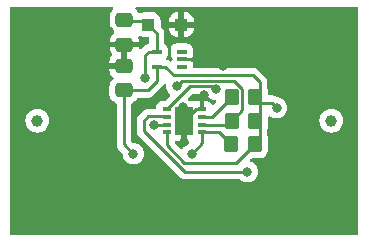
<source format=gbr>
%TF.GenerationSoftware,KiCad,Pcbnew,7.0.7-7.0.7~ubuntu23.04.1*%
%TF.CreationDate,2023-09-23T00:40:23+00:00*%
%TF.ProjectId,TEMPSEN01,54454d50-5345-44e3-9031-2e6b69636164,rev?*%
%TF.SameCoordinates,Original*%
%TF.FileFunction,Copper,L1,Top*%
%TF.FilePolarity,Positive*%
%FSLAX46Y46*%
G04 Gerber Fmt 4.6, Leading zero omitted, Abs format (unit mm)*
G04 Created by KiCad (PCBNEW 7.0.7-7.0.7~ubuntu23.04.1) date 2023-09-23 00:40:23*
%MOMM*%
%LPD*%
G01*
G04 APERTURE LIST*
G04 Aperture macros list*
%AMRoundRect*
0 Rectangle with rounded corners*
0 $1 Rounding radius*
0 $2 $3 $4 $5 $6 $7 $8 $9 X,Y pos of 4 corners*
0 Add a 4 corners polygon primitive as box body*
4,1,4,$2,$3,$4,$5,$6,$7,$8,$9,$2,$3,0*
0 Add four circle primitives for the rounded corners*
1,1,$1+$1,$2,$3*
1,1,$1+$1,$4,$5*
1,1,$1+$1,$6,$7*
1,1,$1+$1,$8,$9*
0 Add four rect primitives between the rounded corners*
20,1,$1+$1,$2,$3,$4,$5,0*
20,1,$1+$1,$4,$5,$6,$7,0*
20,1,$1+$1,$6,$7,$8,$9,0*
20,1,$1+$1,$8,$9,$2,$3,0*%
G04 Aperture macros list end*
%TA.AperFunction,SMDPad,CuDef*%
%ADD10C,1.000000*%
%TD*%
%TA.AperFunction,ComponentPad*%
%ADD11C,6.000000*%
%TD*%
%TA.AperFunction,SMDPad,CuDef*%
%ADD12RoundRect,0.250000X0.475000X-0.337500X0.475000X0.337500X-0.475000X0.337500X-0.475000X-0.337500X0*%
%TD*%
%TA.AperFunction,SMDPad,CuDef*%
%ADD13R,0.750000X0.350000*%
%TD*%
%TA.AperFunction,SMDPad,CuDef*%
%ADD14R,1.600000X2.400000*%
%TD*%
%TA.AperFunction,SMDPad,CuDef*%
%ADD15RoundRect,0.250000X0.350000X0.450000X-0.350000X0.450000X-0.350000X-0.450000X0.350000X-0.450000X0*%
%TD*%
%TA.AperFunction,SMDPad,CuDef*%
%ADD16RoundRect,0.250000X-0.300000X-0.300000X0.300000X-0.300000X0.300000X0.300000X-0.300000X0.300000X0*%
%TD*%
%TA.AperFunction,SMDPad,CuDef*%
%ADD17R,0.850000X0.400000*%
%TD*%
%TA.AperFunction,SMDPad,CuDef*%
%ADD18RoundRect,0.250000X-0.475000X0.337500X-0.475000X-0.337500X0.475000X-0.337500X0.475000X0.337500X0*%
%TD*%
%TA.AperFunction,ViaPad*%
%ADD19C,0.800000*%
%TD*%
%TA.AperFunction,Conductor*%
%ADD20C,0.250000*%
%TD*%
G04 APERTURE END LIST*
D10*
%TO.P,FID2,*%
%TO.N,*%
X124206000Y-71120000D03*
%TD*%
D11*
%TO.P,M2,1*%
%TO.N,GND*%
X121920000Y-66040000D03*
%TD*%
D12*
%TO.P,C5,1*%
%TO.N,+3.3V*%
X106654600Y-68546800D03*
%TO.P,C5,2*%
%TO.N,GND*%
X106654600Y-66471800D03*
%TD*%
D13*
%TO.P,IC1,1,SDA*%
%TO.N,/SDA*%
X113260000Y-72095000D03*
%TO.P,IC1,2,SCL*%
%TO.N,/SCL*%
X113260000Y-71445000D03*
%TO.P,IC1,3,OS*%
%TO.N,/OS*%
X113260000Y-70795000D03*
%TO.P,IC1,4,GND*%
%TO.N,GND*%
X113260000Y-70145000D03*
%TO.P,IC1,5,A2*%
%TO.N,/A2*%
X110260000Y-70145000D03*
%TO.P,IC1,6,A1*%
%TO.N,/A1*%
X110260000Y-70795000D03*
%TO.P,IC1,7,A0*%
%TO.N,/A0*%
X110260000Y-71445000D03*
%TO.P,IC1,8,VDD*%
%TO.N,+3.3V*%
X110260000Y-72095000D03*
D14*
%TO.P,IC1,9,EP*%
%TO.N,GND*%
X111760000Y-71120000D03*
%TD*%
D10*
%TO.P,FID1,*%
%TO.N,*%
X99314000Y-71120000D03*
%TD*%
D15*
%TO.P,R1,1*%
%TO.N,+3.3V*%
X117763800Y-69138800D03*
%TO.P,R1,2*%
%TO.N,/OS*%
X115763800Y-69138800D03*
%TD*%
D16*
%TO.P,D1,1,K*%
%TO.N,VDD*%
X108706000Y-62992000D03*
%TO.P,D1,2,A*%
%TO.N,GND*%
X111506000Y-62992000D03*
%TD*%
D11*
%TO.P,M3,1*%
%TO.N,GND*%
X101600000Y-76200000D03*
%TD*%
D15*
%TO.P,R2,1*%
%TO.N,+3.3V*%
X117763800Y-71120000D03*
%TO.P,R2,2*%
%TO.N,/SCL*%
X115763800Y-71120000D03*
%TD*%
D17*
%TO.P,IC2,1,NC_1*%
%TO.N,unconnected-(IC2-NC_1-Pad1)*%
X111540000Y-66578000D03*
%TO.P,IC2,2,GND*%
%TO.N,GND*%
X111540000Y-65928000D03*
%TO.P,IC2,3,NC_2*%
%TO.N,unconnected-(IC2-NC_2-Pad3)*%
X111540000Y-65278000D03*
%TO.P,IC2,4,IN*%
%TO.N,VDD*%
X109440000Y-65278000D03*
%TO.P,IC2,5,OUT*%
%TO.N,+3.3V*%
X109440000Y-66578000D03*
%TD*%
D11*
%TO.P,M4,1*%
%TO.N,GND*%
X121920000Y-76200000D03*
%TD*%
%TO.P,M1,1*%
%TO.N,GND*%
X101600000Y-66040000D03*
%TD*%
D15*
%TO.P,R3,1*%
%TO.N,+3.3V*%
X117747800Y-73101200D03*
%TO.P,R3,2*%
%TO.N,/SDA*%
X115747800Y-73101200D03*
%TD*%
D18*
%TO.P,C4,1*%
%TO.N,VDD*%
X106680000Y-62593400D03*
%TO.P,C4,2*%
%TO.N,GND*%
X106680000Y-64668400D03*
%TD*%
D19*
%TO.N,+3.3V*%
X119583200Y-70027800D03*
X107442000Y-73914000D03*
%TO.N,GND*%
X111658400Y-69926200D03*
X105562400Y-73939400D03*
X105359200Y-63500000D03*
X111734600Y-72898000D03*
X115036600Y-66522600D03*
X106476800Y-79044800D03*
X113030000Y-64770000D03*
X111836200Y-71196200D03*
X113411000Y-68935600D03*
X117094000Y-63500000D03*
X110007400Y-77571600D03*
X113995200Y-79070200D03*
X114046000Y-63500000D03*
X109397800Y-79324200D03*
X103124000Y-71831200D03*
X113030000Y-62992000D03*
X114046000Y-64770000D03*
X117068600Y-79044800D03*
%TO.N,VDD*%
X108458000Y-67462400D03*
%TO.N,/SDA*%
X112385000Y-73914000D03*
%TO.N,/SCL*%
X111135000Y-68148200D03*
%TO.N,/A2*%
X114452400Y-68466300D03*
%TO.N,/A1*%
X117094000Y-75438000D03*
%TO.N,/A0*%
X109169200Y-71475600D03*
%TD*%
D20*
%TO.N,+3.3V*%
X109440000Y-66578000D02*
X109440000Y-67775800D01*
X116173000Y-74676000D02*
X117747800Y-73101200D01*
X117562800Y-67270800D02*
X118157000Y-67865000D01*
X111734600Y-74676000D02*
X116173000Y-74676000D01*
X118157000Y-71120000D02*
X118157000Y-72644000D01*
X118157000Y-69596000D02*
X119151400Y-69596000D01*
X110857200Y-67270800D02*
X117562800Y-67270800D01*
X109440000Y-66578000D02*
X110164400Y-66578000D01*
X118157000Y-69596000D02*
X118157000Y-71120000D01*
X110164400Y-66578000D02*
X110857200Y-67270800D01*
X119151400Y-69596000D02*
X119583200Y-70027800D01*
X118157000Y-67865000D02*
X118157000Y-69596000D01*
X109440000Y-67775800D02*
X108669000Y-68546800D01*
X111734600Y-74676000D02*
X110260000Y-73201400D01*
X106654600Y-73126600D02*
X107442000Y-73914000D01*
X110260000Y-73201400D02*
X110260000Y-72095000D01*
X106654600Y-68546800D02*
X106654600Y-73126600D01*
X108669000Y-68546800D02*
X106654600Y-68546800D01*
%TO.N,GND*%
X113260000Y-70145000D02*
X112735000Y-70145000D01*
X114442000Y-65928000D02*
X115036600Y-66522600D01*
X111836200Y-71196200D02*
X111683800Y-71196200D01*
X111540000Y-65928000D02*
X114442000Y-65928000D01*
X111683800Y-71196200D02*
X111760000Y-71120000D01*
X112735000Y-70145000D02*
X111836200Y-71043800D01*
X111836200Y-71043800D02*
X111836200Y-71196200D01*
%TO.N,VDD*%
X108762800Y-65278000D02*
X109440000Y-65278000D01*
X106680000Y-62637500D02*
X108351500Y-62637500D01*
X109440000Y-65278000D02*
X109440000Y-63726000D01*
X108458000Y-67462400D02*
X108458000Y-65582800D01*
X109440000Y-63726000D02*
X108706000Y-62992000D01*
X108458000Y-65582800D02*
X108762800Y-65278000D01*
X108351500Y-62637500D02*
X108706000Y-62992000D01*
%TO.N,/SDA*%
X113260000Y-73039000D02*
X113260000Y-72095000D01*
X114741600Y-72095000D02*
X115747800Y-73101200D01*
X112385000Y-73914000D02*
X113260000Y-73039000D01*
X113260000Y-72095000D02*
X114741600Y-72095000D01*
%TO.N,/SCL*%
X116688800Y-70195000D02*
X115763800Y-71120000D01*
X115438800Y-71445000D02*
X113260000Y-71445000D01*
X115763800Y-71120000D02*
X115438800Y-71445000D01*
X111541400Y-67741800D02*
X115979973Y-67741800D01*
X116688800Y-68450627D02*
X116688800Y-70195000D01*
X111541400Y-67741800D02*
X111135000Y-68148200D01*
X115979973Y-67741800D02*
X116688800Y-68450627D01*
%TO.N,/OS*%
X114107600Y-70795000D02*
X115763800Y-69138800D01*
X113260000Y-70795000D02*
X114107600Y-70795000D01*
%TO.N,/A2*%
X114185100Y-68199000D02*
X112206000Y-68199000D01*
X114452400Y-68466300D02*
X114185100Y-68199000D01*
X112206000Y-68199000D02*
X110260000Y-70145000D01*
%TO.N,/A1*%
X108725800Y-70750600D02*
X110215600Y-70750600D01*
X111810800Y-75438000D02*
X108356400Y-71983600D01*
X117094000Y-75438000D02*
X111810800Y-75438000D01*
X110215600Y-70750600D02*
X110260000Y-70795000D01*
X108356400Y-71120000D02*
X108725800Y-70750600D01*
X108356400Y-71983600D02*
X108356400Y-71120000D01*
%TO.N,/A0*%
X110260000Y-71445000D02*
X109199800Y-71445000D01*
X109199800Y-71445000D02*
X109169200Y-71475600D01*
%TD*%
%TA.AperFunction,Conductor*%
%TO.N,GND*%
G36*
X105699209Y-61487685D02*
G01*
X105744964Y-61540489D01*
X105754908Y-61609647D01*
X105725883Y-61673203D01*
X105719851Y-61679681D01*
X105612289Y-61787242D01*
X105520187Y-61936563D01*
X105520185Y-61936568D01*
X105497275Y-62005706D01*
X105465001Y-62103103D01*
X105465001Y-62103104D01*
X105465000Y-62103104D01*
X105454500Y-62205883D01*
X105454500Y-62980901D01*
X105454501Y-62980919D01*
X105465000Y-63083696D01*
X105465001Y-63083699D01*
X105520185Y-63250231D01*
X105520186Y-63250234D01*
X105612288Y-63399556D01*
X105736344Y-63523612D01*
X105739628Y-63525637D01*
X105739653Y-63525653D01*
X105741445Y-63527646D01*
X105742011Y-63528093D01*
X105741934Y-63528189D01*
X105786379Y-63577599D01*
X105797603Y-63646561D01*
X105769761Y-63710644D01*
X105739665Y-63736726D01*
X105736660Y-63738579D01*
X105736655Y-63738583D01*
X105612684Y-63862554D01*
X105520643Y-64011775D01*
X105520641Y-64011780D01*
X105465494Y-64178202D01*
X105465493Y-64178209D01*
X105455000Y-64280913D01*
X105455000Y-64418400D01*
X107904999Y-64418400D01*
X107904999Y-64280928D01*
X107904998Y-64280913D01*
X107894506Y-64178204D01*
X107868425Y-64099499D01*
X107866023Y-64029670D01*
X107901754Y-63969628D01*
X107964274Y-63938435D01*
X108033734Y-63945995D01*
X108051228Y-63954956D01*
X108086657Y-63976809D01*
X108086660Y-63976810D01*
X108086666Y-63976814D01*
X108253203Y-64031999D01*
X108355991Y-64042500D01*
X108690500Y-64042499D01*
X108757539Y-64062183D01*
X108803294Y-64114987D01*
X108814500Y-64166499D01*
X108814500Y-64530401D01*
X108794815Y-64597440D01*
X108742011Y-64643195D01*
X108694399Y-64654340D01*
X108664177Y-64655290D01*
X108664167Y-64655292D01*
X108644934Y-64660879D01*
X108625894Y-64664822D01*
X108606017Y-64667334D01*
X108606010Y-64667335D01*
X108606008Y-64667336D01*
X108606006Y-64667336D01*
X108606005Y-64667337D01*
X108562668Y-64684494D01*
X108557142Y-64686386D01*
X108512411Y-64699382D01*
X108512408Y-64699383D01*
X108495163Y-64709581D01*
X108477701Y-64718135D01*
X108459072Y-64725511D01*
X108459067Y-64725513D01*
X108421364Y-64752906D01*
X108416482Y-64756112D01*
X108376380Y-64779828D01*
X108362208Y-64794000D01*
X108347423Y-64806628D01*
X108331212Y-64818407D01*
X108301509Y-64854310D01*
X108297577Y-64858631D01*
X108116681Y-65039527D01*
X108055358Y-65073012D01*
X107985667Y-65068028D01*
X107929733Y-65026157D01*
X107905316Y-64960692D01*
X107905000Y-64951846D01*
X107905000Y-64918400D01*
X106930000Y-64918400D01*
X106930000Y-65719138D01*
X106910315Y-65786177D01*
X106904600Y-65793269D01*
X106904600Y-66597800D01*
X106884915Y-66664839D01*
X106832111Y-66710594D01*
X106780600Y-66721800D01*
X105429601Y-66721800D01*
X105429601Y-66859286D01*
X105440094Y-66961997D01*
X105495241Y-67128419D01*
X105495243Y-67128424D01*
X105587284Y-67277645D01*
X105711255Y-67401616D01*
X105711259Y-67401619D01*
X105714256Y-67403468D01*
X105715879Y-67405272D01*
X105716923Y-67406098D01*
X105716781Y-67406276D01*
X105760981Y-67455416D01*
X105772202Y-67524379D01*
X105744359Y-67588461D01*
X105714261Y-67614541D01*
X105710949Y-67616583D01*
X105710943Y-67616588D01*
X105586889Y-67740642D01*
X105494787Y-67889963D01*
X105494785Y-67889968D01*
X105466949Y-67973970D01*
X105439601Y-68056503D01*
X105439601Y-68056504D01*
X105439600Y-68056504D01*
X105429100Y-68159283D01*
X105429100Y-68934301D01*
X105429101Y-68934319D01*
X105439600Y-69037096D01*
X105439601Y-69037099D01*
X105494785Y-69203631D01*
X105494787Y-69203636D01*
X105523661Y-69250448D01*
X105586888Y-69352956D01*
X105710944Y-69477012D01*
X105860266Y-69569114D01*
X105944105Y-69596895D01*
X106001548Y-69636666D01*
X106028372Y-69701182D01*
X106029100Y-69714600D01*
X106029100Y-73043855D01*
X106027375Y-73059472D01*
X106027661Y-73059499D01*
X106026926Y-73067265D01*
X106029100Y-73136414D01*
X106029100Y-73165943D01*
X106029101Y-73165960D01*
X106029968Y-73172831D01*
X106030426Y-73178650D01*
X106031890Y-73225224D01*
X106031891Y-73225227D01*
X106037480Y-73244467D01*
X106041424Y-73263511D01*
X106043936Y-73283392D01*
X106056246Y-73314485D01*
X106061090Y-73326719D01*
X106062982Y-73332247D01*
X106075982Y-73376990D01*
X106079816Y-73383474D01*
X106086180Y-73394234D01*
X106094738Y-73411703D01*
X106102114Y-73430332D01*
X106129498Y-73468023D01*
X106132706Y-73472907D01*
X106156427Y-73513016D01*
X106156433Y-73513024D01*
X106170590Y-73527180D01*
X106183228Y-73541976D01*
X106195005Y-73558186D01*
X106195006Y-73558187D01*
X106230909Y-73587888D01*
X106235220Y-73591810D01*
X106369150Y-73725740D01*
X106503038Y-73859628D01*
X106536523Y-73920951D01*
X106538678Y-73934347D01*
X106546139Y-74005338D01*
X106556326Y-74102256D01*
X106556327Y-74102259D01*
X106614818Y-74282277D01*
X106614821Y-74282284D01*
X106709467Y-74446216D01*
X106792834Y-74538804D01*
X106836129Y-74586888D01*
X106989265Y-74698148D01*
X106989270Y-74698151D01*
X107162192Y-74775142D01*
X107162197Y-74775144D01*
X107347354Y-74814500D01*
X107347355Y-74814500D01*
X107536644Y-74814500D01*
X107536646Y-74814500D01*
X107721803Y-74775144D01*
X107894730Y-74698151D01*
X108047871Y-74586888D01*
X108174533Y-74446216D01*
X108269179Y-74282284D01*
X108327674Y-74102256D01*
X108347460Y-73914000D01*
X108327674Y-73725744D01*
X108269179Y-73545716D01*
X108174533Y-73381784D01*
X108047871Y-73241112D01*
X108047870Y-73241111D01*
X107894734Y-73129851D01*
X107894729Y-73129848D01*
X107721807Y-73052857D01*
X107721802Y-73052855D01*
X107576000Y-73021865D01*
X107536646Y-73013500D01*
X107536645Y-73013500D01*
X107477453Y-73013500D01*
X107410414Y-72993815D01*
X107389772Y-72977181D01*
X107316419Y-72903828D01*
X107282934Y-72842505D01*
X107280100Y-72816147D01*
X107280100Y-69714600D01*
X107299785Y-69647561D01*
X107352589Y-69601806D01*
X107365082Y-69596899D01*
X107448934Y-69569114D01*
X107598256Y-69477012D01*
X107722312Y-69352956D01*
X107797409Y-69231202D01*
X107849357Y-69184479D01*
X107902948Y-69172300D01*
X108586257Y-69172300D01*
X108601877Y-69174024D01*
X108601904Y-69173739D01*
X108609660Y-69174471D01*
X108609667Y-69174473D01*
X108678814Y-69172300D01*
X108708350Y-69172300D01*
X108715228Y-69171430D01*
X108721041Y-69170972D01*
X108767627Y-69169509D01*
X108786869Y-69163917D01*
X108805912Y-69159974D01*
X108825792Y-69157464D01*
X108869122Y-69140307D01*
X108874646Y-69138417D01*
X108878396Y-69137327D01*
X108919390Y-69125418D01*
X108936629Y-69115222D01*
X108954103Y-69106662D01*
X108972727Y-69099288D01*
X108972727Y-69099287D01*
X108972732Y-69099286D01*
X109010449Y-69071882D01*
X109015305Y-69068692D01*
X109055420Y-69044970D01*
X109069589Y-69030799D01*
X109084379Y-69018168D01*
X109100587Y-69006394D01*
X109130299Y-68970476D01*
X109134212Y-68966176D01*
X109823786Y-68276602D01*
X109836048Y-68266780D01*
X109835865Y-68266559D01*
X109841867Y-68261592D01*
X109841877Y-68261586D01*
X109889241Y-68211148D01*
X109910120Y-68190270D01*
X109914373Y-68184786D01*
X109918150Y-68180363D01*
X109950062Y-68146382D01*
X109959714Y-68128823D01*
X109970389Y-68112572D01*
X109982674Y-68096736D01*
X109994051Y-68070441D01*
X110038736Y-68016735D01*
X110105367Y-67995710D01*
X110172788Y-68014047D01*
X110219592Y-68065923D01*
X110231174Y-68132641D01*
X110229540Y-68148194D01*
X110229540Y-68148197D01*
X110229540Y-68148200D01*
X110249326Y-68336456D01*
X110249327Y-68336459D01*
X110307818Y-68516477D01*
X110307821Y-68516484D01*
X110402467Y-68680416D01*
X110522462Y-68813684D01*
X110531027Y-68823196D01*
X110561257Y-68886187D01*
X110552632Y-68955523D01*
X110526558Y-68993849D01*
X110087226Y-69433181D01*
X110025903Y-69466666D01*
X109999546Y-69469500D01*
X109837130Y-69469500D01*
X109837123Y-69469501D01*
X109777516Y-69475908D01*
X109642671Y-69526202D01*
X109642664Y-69526206D01*
X109527455Y-69612452D01*
X109527452Y-69612455D01*
X109441206Y-69727664D01*
X109441202Y-69727671D01*
X109390908Y-69862517D01*
X109384501Y-69922116D01*
X109384500Y-69922135D01*
X109384500Y-70001100D01*
X109364815Y-70068139D01*
X109312011Y-70113894D01*
X109260500Y-70125100D01*
X108808537Y-70125100D01*
X108792920Y-70123376D01*
X108792893Y-70123662D01*
X108785131Y-70122927D01*
X108716003Y-70125100D01*
X108686450Y-70125100D01*
X108685729Y-70125190D01*
X108679557Y-70125969D01*
X108673745Y-70126426D01*
X108627172Y-70127890D01*
X108627169Y-70127891D01*
X108607926Y-70133481D01*
X108588883Y-70137425D01*
X108569004Y-70139936D01*
X108569003Y-70139937D01*
X108525678Y-70157090D01*
X108520152Y-70158982D01*
X108475408Y-70171983D01*
X108475404Y-70171985D01*
X108458165Y-70182180D01*
X108440698Y-70190737D01*
X108422069Y-70198112D01*
X108422067Y-70198113D01*
X108384364Y-70225506D01*
X108379482Y-70228712D01*
X108339380Y-70252428D01*
X108325208Y-70266600D01*
X108310423Y-70279228D01*
X108294212Y-70291007D01*
X108264509Y-70326910D01*
X108260577Y-70331231D01*
X107972608Y-70619199D01*
X107960351Y-70629020D01*
X107960534Y-70629241D01*
X107954523Y-70634213D01*
X107907172Y-70684636D01*
X107886290Y-70705518D01*
X107886277Y-70705532D01*
X107882021Y-70711017D01*
X107878237Y-70715447D01*
X107846337Y-70749418D01*
X107846336Y-70749420D01*
X107836684Y-70766976D01*
X107826010Y-70783226D01*
X107813729Y-70799061D01*
X107813724Y-70799068D01*
X107795215Y-70841838D01*
X107792645Y-70847084D01*
X107770203Y-70887906D01*
X107765222Y-70907307D01*
X107758921Y-70925710D01*
X107750962Y-70944102D01*
X107750961Y-70944105D01*
X107743671Y-70990127D01*
X107742487Y-70995846D01*
X107730901Y-71040972D01*
X107730900Y-71040982D01*
X107730900Y-71061016D01*
X107729373Y-71080415D01*
X107726240Y-71100194D01*
X107726240Y-71100195D01*
X107730625Y-71146583D01*
X107730900Y-71152421D01*
X107730900Y-71900855D01*
X107729175Y-71916472D01*
X107729461Y-71916499D01*
X107728726Y-71924265D01*
X107730900Y-71993414D01*
X107730900Y-72022943D01*
X107730901Y-72022960D01*
X107731768Y-72029831D01*
X107732226Y-72035650D01*
X107733690Y-72082224D01*
X107733691Y-72082227D01*
X107739280Y-72101467D01*
X107743224Y-72120511D01*
X107743835Y-72125340D01*
X107745736Y-72140391D01*
X107762890Y-72183719D01*
X107764782Y-72189247D01*
X107777781Y-72233988D01*
X107787980Y-72251234D01*
X107796536Y-72268700D01*
X107803914Y-72287332D01*
X107826102Y-72317872D01*
X107831298Y-72325023D01*
X107834506Y-72329907D01*
X107858227Y-72370016D01*
X107858233Y-72370024D01*
X107872390Y-72384180D01*
X107885028Y-72398976D01*
X107896805Y-72415186D01*
X107896806Y-72415187D01*
X107932709Y-72444888D01*
X107937020Y-72448810D01*
X110557924Y-75069715D01*
X111309997Y-75821788D01*
X111319822Y-75834051D01*
X111320043Y-75833869D01*
X111325014Y-75839878D01*
X111351017Y-75864295D01*
X111375435Y-75887226D01*
X111396329Y-75908120D01*
X111401811Y-75912373D01*
X111406243Y-75916157D01*
X111440218Y-75948062D01*
X111457776Y-75957714D01*
X111474035Y-75968395D01*
X111489864Y-75980673D01*
X111532638Y-75999182D01*
X111537856Y-76001738D01*
X111578708Y-76024197D01*
X111598116Y-76029180D01*
X111616517Y-76035480D01*
X111634904Y-76043437D01*
X111678288Y-76050308D01*
X111680919Y-76050725D01*
X111686639Y-76051909D01*
X111731781Y-76063500D01*
X111751816Y-76063500D01*
X111771214Y-76065026D01*
X111790994Y-76068159D01*
X111790995Y-76068160D01*
X111790995Y-76068159D01*
X111790996Y-76068160D01*
X111837383Y-76063775D01*
X111843222Y-76063500D01*
X116390252Y-76063500D01*
X116457291Y-76083185D01*
X116482400Y-76104526D01*
X116488126Y-76110885D01*
X116488130Y-76110889D01*
X116641265Y-76222148D01*
X116641270Y-76222151D01*
X116814192Y-76299142D01*
X116814197Y-76299144D01*
X116999354Y-76338500D01*
X116999355Y-76338500D01*
X117188644Y-76338500D01*
X117188646Y-76338500D01*
X117373803Y-76299144D01*
X117546730Y-76222151D01*
X117699871Y-76110888D01*
X117826533Y-75970216D01*
X117921179Y-75806284D01*
X117979674Y-75626256D01*
X117999460Y-75438000D01*
X117979674Y-75249744D01*
X117921179Y-75069716D01*
X117826533Y-74905784D01*
X117699871Y-74765112D01*
X117699870Y-74765111D01*
X117546734Y-74653851D01*
X117546732Y-74653850D01*
X117388426Y-74583366D01*
X117335190Y-74538115D01*
X117314869Y-74471266D01*
X117333915Y-74404043D01*
X117351179Y-74382409D01*
X117395572Y-74338017D01*
X117456895Y-74304532D01*
X117483252Y-74301699D01*
X118147802Y-74301699D01*
X118147808Y-74301699D01*
X118250597Y-74291199D01*
X118417134Y-74236014D01*
X118566456Y-74143912D01*
X118690512Y-74019856D01*
X118782614Y-73870534D01*
X118837799Y-73703997D01*
X118848300Y-73601209D01*
X118848299Y-72601192D01*
X118837799Y-72498403D01*
X118788793Y-72350514D01*
X118782500Y-72311513D01*
X118782500Y-71950625D01*
X118797737Y-71896897D01*
X118795560Y-71895882D01*
X118798608Y-71889343D01*
X118798614Y-71889334D01*
X118853799Y-71722797D01*
X118864300Y-71620009D01*
X118864299Y-71120000D01*
X123200659Y-71120000D01*
X123219975Y-71316129D01*
X123277188Y-71504733D01*
X123370086Y-71678532D01*
X123370090Y-71678539D01*
X123495116Y-71830883D01*
X123647460Y-71955909D01*
X123647467Y-71955913D01*
X123821266Y-72048811D01*
X123821269Y-72048811D01*
X123821273Y-72048814D01*
X124009868Y-72106024D01*
X124206000Y-72125341D01*
X124402132Y-72106024D01*
X124590727Y-72048814D01*
X124609732Y-72038656D01*
X124764532Y-71955913D01*
X124764538Y-71955910D01*
X124916883Y-71830883D01*
X125041910Y-71678538D01*
X125134814Y-71504727D01*
X125192024Y-71316132D01*
X125211341Y-71120000D01*
X125192024Y-70923868D01*
X125134814Y-70735273D01*
X125134811Y-70735269D01*
X125134811Y-70735266D01*
X125041913Y-70561467D01*
X125041909Y-70561460D01*
X124916883Y-70409116D01*
X124764539Y-70284090D01*
X124764532Y-70284086D01*
X124590733Y-70191188D01*
X124590727Y-70191186D01*
X124421783Y-70139937D01*
X124402129Y-70133975D01*
X124206000Y-70114659D01*
X124009870Y-70133975D01*
X123821266Y-70191188D01*
X123647467Y-70284086D01*
X123647460Y-70284090D01*
X123495116Y-70409116D01*
X123370090Y-70561460D01*
X123370086Y-70561467D01*
X123277188Y-70735266D01*
X123219975Y-70923870D01*
X123200659Y-71120000D01*
X118864299Y-71120000D01*
X118864299Y-70861929D01*
X118883983Y-70794891D01*
X118936787Y-70749136D01*
X119005946Y-70739192D01*
X119061182Y-70761611D01*
X119112738Y-70799068D01*
X119130470Y-70811951D01*
X119303392Y-70888942D01*
X119303397Y-70888944D01*
X119488554Y-70928300D01*
X119488555Y-70928300D01*
X119677844Y-70928300D01*
X119677846Y-70928300D01*
X119863003Y-70888944D01*
X120035930Y-70811951D01*
X120189071Y-70700688D01*
X120315733Y-70560016D01*
X120410379Y-70396084D01*
X120468874Y-70216056D01*
X120488660Y-70027800D01*
X120468874Y-69839544D01*
X120410379Y-69659516D01*
X120315733Y-69495584D01*
X120189071Y-69354912D01*
X120189070Y-69354911D01*
X120035934Y-69243651D01*
X120035929Y-69243648D01*
X119863007Y-69166657D01*
X119863002Y-69166655D01*
X119717201Y-69135665D01*
X119677846Y-69127300D01*
X119677845Y-69127300D01*
X119615123Y-69127300D01*
X119548084Y-69107615D01*
X119530237Y-69093690D01*
X119521984Y-69085939D01*
X119521977Y-69085935D01*
X119504429Y-69076288D01*
X119488163Y-69065604D01*
X119472333Y-69053325D01*
X119429568Y-69034818D01*
X119424322Y-69032248D01*
X119383493Y-69009803D01*
X119383492Y-69009802D01*
X119364093Y-69004822D01*
X119345681Y-68998518D01*
X119327298Y-68990562D01*
X119327292Y-68990560D01*
X119281274Y-68983272D01*
X119275552Y-68982087D01*
X119230421Y-68970500D01*
X119230419Y-68970500D01*
X119210384Y-68970500D01*
X119190986Y-68968973D01*
X119183562Y-68967797D01*
X119171205Y-68965840D01*
X119171204Y-68965840D01*
X119124816Y-68970225D01*
X119118978Y-68970500D01*
X118988299Y-68970500D01*
X118921260Y-68950815D01*
X118875505Y-68898011D01*
X118864299Y-68846500D01*
X118864299Y-68638798D01*
X118864298Y-68638781D01*
X118853799Y-68536003D01*
X118853798Y-68536000D01*
X118847329Y-68516477D01*
X118798614Y-68369466D01*
X118798611Y-68369462D01*
X118798611Y-68369460D01*
X118795560Y-68362915D01*
X118797735Y-68361900D01*
X118782500Y-68308174D01*
X118782500Y-67947742D01*
X118784224Y-67932122D01*
X118783939Y-67932095D01*
X118784673Y-67924333D01*
X118782500Y-67855172D01*
X118782500Y-67825656D01*
X118782500Y-67825650D01*
X118781631Y-67818779D01*
X118781173Y-67812952D01*
X118780135Y-67779916D01*
X118779710Y-67766373D01*
X118774119Y-67747130D01*
X118770173Y-67728078D01*
X118767664Y-67708208D01*
X118750504Y-67664867D01*
X118748624Y-67659379D01*
X118735618Y-67614610D01*
X118735577Y-67614541D01*
X118725423Y-67597371D01*
X118716861Y-67579894D01*
X118709487Y-67561270D01*
X118709486Y-67561268D01*
X118682079Y-67523545D01*
X118678888Y-67518686D01*
X118655172Y-67478583D01*
X118655165Y-67478574D01*
X118641006Y-67464415D01*
X118628368Y-67449619D01*
X118616594Y-67433413D01*
X118580688Y-67403709D01*
X118576376Y-67399786D01*
X118063603Y-66887012D01*
X118053780Y-66874750D01*
X118053559Y-66874934D01*
X118048586Y-66868923D01*
X118038324Y-66859286D01*
X117998164Y-66821573D01*
X117987719Y-66811128D01*
X117977275Y-66800683D01*
X117971786Y-66796425D01*
X117967361Y-66792647D01*
X117933382Y-66760738D01*
X117933380Y-66760736D01*
X117933377Y-66760735D01*
X117915829Y-66751088D01*
X117899563Y-66740404D01*
X117883733Y-66728125D01*
X117840968Y-66709618D01*
X117835722Y-66707048D01*
X117794893Y-66684603D01*
X117794892Y-66684602D01*
X117775493Y-66679622D01*
X117757081Y-66673318D01*
X117738698Y-66665362D01*
X117738692Y-66665360D01*
X117692674Y-66658072D01*
X117686952Y-66656887D01*
X117641821Y-66645300D01*
X117641819Y-66645300D01*
X117621784Y-66645300D01*
X117602386Y-66643773D01*
X117594962Y-66642597D01*
X117582605Y-66640640D01*
X117582604Y-66640640D01*
X117536216Y-66645025D01*
X117530378Y-66645300D01*
X112589500Y-66645300D01*
X112522461Y-66625615D01*
X112476706Y-66572811D01*
X112465500Y-66521301D01*
X112465499Y-66330130D01*
X112465499Y-66330128D01*
X112459091Y-66270517D01*
X112459090Y-66270516D01*
X112458380Y-66263904D01*
X112458381Y-66237393D01*
X112464999Y-66175842D01*
X112465000Y-66175827D01*
X112465000Y-66128000D01*
X112464948Y-66127948D01*
X112398085Y-66108315D01*
X112365859Y-66078313D01*
X112322546Y-66020454D01*
X112322544Y-66020452D01*
X112322543Y-66020451D01*
X112317773Y-66015681D01*
X112284288Y-65954358D01*
X112289272Y-65884666D01*
X112317773Y-65840319D01*
X112322543Y-65835548D01*
X112322542Y-65835548D01*
X112322546Y-65835546D01*
X112365858Y-65777687D01*
X112421791Y-65735818D01*
X112464972Y-65728027D01*
X112465000Y-65728000D01*
X112465000Y-65680172D01*
X112464999Y-65680160D01*
X112458380Y-65618604D01*
X112458380Y-65592090D01*
X112459090Y-65585485D01*
X112459091Y-65585483D01*
X112465500Y-65525873D01*
X112465499Y-65030128D01*
X112459091Y-64970517D01*
X112452127Y-64951846D01*
X112408797Y-64835671D01*
X112408793Y-64835664D01*
X112322547Y-64720455D01*
X112322544Y-64720452D01*
X112207335Y-64634206D01*
X112207328Y-64634202D01*
X112072482Y-64583908D01*
X112072483Y-64583908D01*
X112012883Y-64577501D01*
X112012881Y-64577500D01*
X112012873Y-64577500D01*
X112012864Y-64577500D01*
X111067129Y-64577500D01*
X111067123Y-64577501D01*
X111007516Y-64583908D01*
X110872671Y-64634202D01*
X110872664Y-64634206D01*
X110757455Y-64720452D01*
X110757452Y-64720455D01*
X110671206Y-64835664D01*
X110671202Y-64835671D01*
X110624573Y-64960692D01*
X110620909Y-64970517D01*
X110614500Y-65030127D01*
X110614500Y-65030134D01*
X110614500Y-65030135D01*
X110614500Y-65525870D01*
X110614501Y-65525876D01*
X110621619Y-65592092D01*
X110621619Y-65618599D01*
X110615000Y-65680169D01*
X110615000Y-65727999D01*
X110615051Y-65728051D01*
X110681915Y-65747685D01*
X110714140Y-65777686D01*
X110757454Y-65835546D01*
X110757455Y-65835546D01*
X110757456Y-65835548D01*
X110762227Y-65840319D01*
X110795712Y-65901642D01*
X110790728Y-65971334D01*
X110762227Y-66015681D01*
X110757455Y-66020452D01*
X110727830Y-66060026D01*
X110671896Y-66101897D01*
X110602204Y-66106880D01*
X110543678Y-66076104D01*
X110534984Y-66067940D01*
X110534982Y-66067938D01*
X110517430Y-66058288D01*
X110501163Y-66047604D01*
X110485333Y-66035325D01*
X110442568Y-66016818D01*
X110437322Y-66014248D01*
X110396493Y-65991803D01*
X110396492Y-65991802D01*
X110377093Y-65986822D01*
X110358681Y-65980518D01*
X110340298Y-65972562D01*
X110332804Y-65970385D01*
X110333646Y-65967484D01*
X110283246Y-65943559D01*
X110246346Y-65884228D01*
X110247381Y-65814366D01*
X110266559Y-65776751D01*
X110308796Y-65720331D01*
X110359091Y-65585483D01*
X110365500Y-65525873D01*
X110365499Y-65030128D01*
X110359091Y-64970517D01*
X110352127Y-64951846D01*
X110308797Y-64835671D01*
X110308793Y-64835664D01*
X110222547Y-64720455D01*
X110214652Y-64714545D01*
X110151587Y-64667334D01*
X110115188Y-64640085D01*
X110073318Y-64584151D01*
X110065500Y-64540819D01*
X110065500Y-63808742D01*
X110067224Y-63793122D01*
X110066939Y-63793095D01*
X110067673Y-63785333D01*
X110065500Y-63716172D01*
X110065500Y-63686656D01*
X110065500Y-63686650D01*
X110064631Y-63679779D01*
X110064173Y-63673952D01*
X110064077Y-63670899D01*
X110062710Y-63627373D01*
X110057119Y-63608130D01*
X110053173Y-63589078D01*
X110050664Y-63569208D01*
X110033504Y-63525867D01*
X110031624Y-63520379D01*
X110018618Y-63475610D01*
X110008422Y-63458370D01*
X109999861Y-63440894D01*
X109992487Y-63422270D01*
X109992486Y-63422268D01*
X109965079Y-63384545D01*
X109961888Y-63379686D01*
X109938172Y-63339583D01*
X109938165Y-63339574D01*
X109924006Y-63325415D01*
X109911368Y-63310619D01*
X109899594Y-63294413D01*
X109863688Y-63264709D01*
X109859376Y-63260786D01*
X109840590Y-63242000D01*
X110456001Y-63242000D01*
X110456001Y-63341986D01*
X110466494Y-63444697D01*
X110521641Y-63611119D01*
X110521643Y-63611124D01*
X110613684Y-63760345D01*
X110737654Y-63884315D01*
X110886875Y-63976356D01*
X110886880Y-63976358D01*
X111053302Y-64031505D01*
X111053309Y-64031506D01*
X111156019Y-64041999D01*
X111256000Y-64041998D01*
X111256000Y-63242000D01*
X111756000Y-63242000D01*
X111756000Y-64041999D01*
X111855972Y-64041999D01*
X111855986Y-64041998D01*
X111958697Y-64031505D01*
X112125119Y-63976358D01*
X112125124Y-63976356D01*
X112274345Y-63884315D01*
X112398315Y-63760345D01*
X112490356Y-63611124D01*
X112490358Y-63611119D01*
X112545505Y-63444697D01*
X112545506Y-63444690D01*
X112555999Y-63341986D01*
X112556000Y-63341973D01*
X112556000Y-63242000D01*
X111756000Y-63242000D01*
X111256000Y-63242000D01*
X110456001Y-63242000D01*
X109840590Y-63242000D01*
X109792817Y-63194227D01*
X109759333Y-63132905D01*
X109756499Y-63106547D01*
X109756499Y-62742000D01*
X110456000Y-62742000D01*
X111256000Y-62742000D01*
X111256000Y-61942000D01*
X111756000Y-61942000D01*
X111756000Y-62742000D01*
X112555999Y-62742000D01*
X112555999Y-62642028D01*
X112555998Y-62642013D01*
X112545505Y-62539302D01*
X112490358Y-62372880D01*
X112490356Y-62372875D01*
X112398315Y-62223654D01*
X112274345Y-62099684D01*
X112125124Y-62007643D01*
X112125119Y-62007641D01*
X111958697Y-61952494D01*
X111958690Y-61952493D01*
X111855986Y-61942000D01*
X111756000Y-61942000D01*
X111256000Y-61942000D01*
X111256000Y-61941999D01*
X111156028Y-61942000D01*
X111156012Y-61942001D01*
X111053302Y-61952494D01*
X110886880Y-62007641D01*
X110886875Y-62007643D01*
X110737654Y-62099684D01*
X110613684Y-62223654D01*
X110521643Y-62372875D01*
X110521641Y-62372880D01*
X110466494Y-62539302D01*
X110466493Y-62539309D01*
X110456000Y-62642013D01*
X110456000Y-62742000D01*
X109756499Y-62742000D01*
X109756499Y-62641998D01*
X109756498Y-62641981D01*
X109745999Y-62539203D01*
X109745998Y-62539200D01*
X109690814Y-62372666D01*
X109598712Y-62223344D01*
X109474656Y-62099288D01*
X109325334Y-62007186D01*
X109158797Y-61952001D01*
X109158795Y-61952000D01*
X109056010Y-61941500D01*
X108355998Y-61941500D01*
X108355980Y-61941501D01*
X108253203Y-61952000D01*
X108253200Y-61952001D01*
X108148951Y-61986546D01*
X108091130Y-62005706D01*
X108052130Y-62012000D01*
X107953986Y-62012000D01*
X107886947Y-61992315D01*
X107843615Y-61942706D01*
X107843605Y-61942713D01*
X107843567Y-61942651D01*
X107841603Y-61940403D01*
X107839816Y-61936572D01*
X107839814Y-61936566D01*
X107747712Y-61787244D01*
X107640149Y-61679681D01*
X107606664Y-61618358D01*
X107611648Y-61548666D01*
X107653520Y-61492733D01*
X107718984Y-61468316D01*
X107727830Y-61468000D01*
X126368000Y-61468000D01*
X126435039Y-61487685D01*
X126480794Y-61540489D01*
X126492000Y-61592000D01*
X126492000Y-80648000D01*
X126472315Y-80715039D01*
X126419511Y-80760794D01*
X126368000Y-80772000D01*
X97152000Y-80772000D01*
X97084961Y-80752315D01*
X97039206Y-80699511D01*
X97028000Y-80648000D01*
X97028000Y-71120000D01*
X98308659Y-71120000D01*
X98327975Y-71316129D01*
X98385188Y-71504733D01*
X98478086Y-71678532D01*
X98478090Y-71678539D01*
X98603116Y-71830883D01*
X98755460Y-71955909D01*
X98755467Y-71955913D01*
X98929266Y-72048811D01*
X98929269Y-72048811D01*
X98929273Y-72048814D01*
X99117868Y-72106024D01*
X99314000Y-72125341D01*
X99510132Y-72106024D01*
X99698727Y-72048814D01*
X99717732Y-72038656D01*
X99872532Y-71955913D01*
X99872538Y-71955910D01*
X100024883Y-71830883D01*
X100149910Y-71678538D01*
X100242814Y-71504727D01*
X100300024Y-71316132D01*
X100319341Y-71120000D01*
X100300024Y-70923868D01*
X100242814Y-70735273D01*
X100242811Y-70735269D01*
X100242811Y-70735266D01*
X100149913Y-70561467D01*
X100149909Y-70561460D01*
X100024883Y-70409116D01*
X99872539Y-70284090D01*
X99872532Y-70284086D01*
X99698733Y-70191188D01*
X99698727Y-70191186D01*
X99529783Y-70139937D01*
X99510129Y-70133975D01*
X99314000Y-70114659D01*
X99117870Y-70133975D01*
X98929266Y-70191188D01*
X98755467Y-70284086D01*
X98755460Y-70284090D01*
X98603116Y-70409116D01*
X98478090Y-70561460D01*
X98478086Y-70561467D01*
X98385188Y-70735266D01*
X98327975Y-70923870D01*
X98308659Y-71120000D01*
X97028000Y-71120000D01*
X97028000Y-66221800D01*
X105429600Y-66221800D01*
X106404600Y-66221800D01*
X106404600Y-65421061D01*
X106424285Y-65354022D01*
X106430000Y-65346929D01*
X106430000Y-64918400D01*
X105455001Y-64918400D01*
X105455001Y-65055886D01*
X105465494Y-65158597D01*
X105520641Y-65325019D01*
X105520643Y-65325024D01*
X105612684Y-65474246D01*
X105617161Y-65479907D01*
X105614758Y-65481807D01*
X105641642Y-65531041D01*
X105636658Y-65600733D01*
X105608159Y-65645079D01*
X105587284Y-65665954D01*
X105495243Y-65815175D01*
X105495241Y-65815180D01*
X105440094Y-65981602D01*
X105440093Y-65981609D01*
X105429600Y-66084313D01*
X105429600Y-66221800D01*
X97028000Y-66221800D01*
X97028000Y-61592000D01*
X97047685Y-61524961D01*
X97100489Y-61479206D01*
X97152000Y-61468000D01*
X105632170Y-61468000D01*
X105699209Y-61487685D01*
G37*
%TD.AperFunction*%
%TA.AperFunction,Conductor*%
G36*
X111953039Y-70889685D02*
G01*
X111998794Y-70942489D01*
X112010000Y-70994000D01*
X112010000Y-72820000D01*
X112044826Y-72820000D01*
X112111865Y-72839685D01*
X112157620Y-72892489D01*
X112167564Y-72961647D01*
X112138539Y-73025203D01*
X112095262Y-73057279D01*
X111932270Y-73129848D01*
X111932265Y-73129851D01*
X111779129Y-73241111D01*
X111652465Y-73381785D01*
X111613396Y-73449456D01*
X111562829Y-73497672D01*
X111494222Y-73510894D01*
X111429357Y-73484926D01*
X111418328Y-73475137D01*
X110974872Y-73031681D01*
X110941387Y-72970358D01*
X110946371Y-72900666D01*
X110988243Y-72844733D01*
X111053707Y-72820316D01*
X111062553Y-72820000D01*
X111510000Y-72820000D01*
X111510000Y-70994000D01*
X111529685Y-70926961D01*
X111582489Y-70881206D01*
X111634000Y-70870000D01*
X111886000Y-70870000D01*
X111953039Y-70889685D01*
G37*
%TD.AperFunction*%
%TA.AperFunction,Conductor*%
G36*
X113614846Y-68844185D02*
G01*
X113655194Y-68886500D01*
X113701189Y-68966165D01*
X113710801Y-68982814D01*
X113719866Y-68998514D01*
X113719865Y-68998514D01*
X113846529Y-69139188D01*
X113999665Y-69250448D01*
X113999670Y-69250451D01*
X114172592Y-69327442D01*
X114172597Y-69327444D01*
X114357754Y-69366800D01*
X114357755Y-69366800D01*
X114364222Y-69367480D01*
X114363920Y-69370345D01*
X114418885Y-69386485D01*
X114464640Y-69439289D01*
X114474584Y-69508447D01*
X114445559Y-69572003D01*
X114439540Y-69578467D01*
X114393709Y-69624299D01*
X114270192Y-69747815D01*
X114208868Y-69781299D01*
X114139177Y-69776315D01*
X114083245Y-69734445D01*
X113992187Y-69612809D01*
X113877093Y-69526649D01*
X113877086Y-69526645D01*
X113742379Y-69476403D01*
X113742372Y-69476401D01*
X113682844Y-69470000D01*
X113434999Y-69470000D01*
X113434999Y-69995500D01*
X113415314Y-70062540D01*
X113362510Y-70108294D01*
X113310999Y-70119500D01*
X113209000Y-70119500D01*
X113141961Y-70099815D01*
X113096206Y-70047011D01*
X113085000Y-69995500D01*
X113085000Y-69470000D01*
X112837172Y-69470000D01*
X112837151Y-69470001D01*
X112825230Y-69471282D01*
X112768650Y-69464174D01*
X112667380Y-69426403D01*
X112667372Y-69426401D01*
X112607844Y-69420000D01*
X112168952Y-69420000D01*
X112101913Y-69400315D01*
X112056158Y-69347511D01*
X112046214Y-69278353D01*
X112075239Y-69214797D01*
X112081271Y-69208319D01*
X112428771Y-68860819D01*
X112490094Y-68827334D01*
X112516452Y-68824500D01*
X113547807Y-68824500D01*
X113614846Y-68844185D01*
G37*
%TD.AperFunction*%
%TD*%
M02*

</source>
